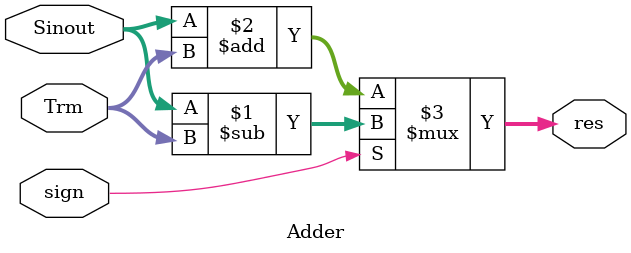
<source format=sv>
`timescale 1ns/1ns 

module Adder (output [15:0]res, input[15:0] Sinout, Trm, input sign);
assign res = sign ? Sinout - Trm : Sinout + Trm;
endmodule

</source>
